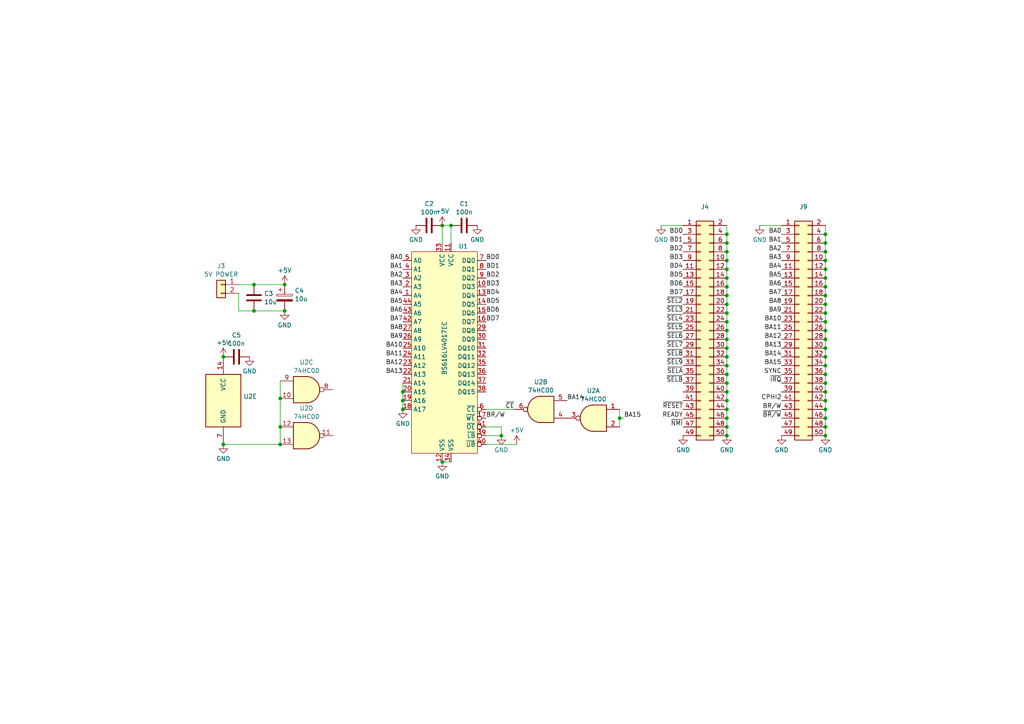
<source format=kicad_sch>
(kicad_sch (version 20230121) (generator eeschema)
  (paper "A4")
  (lib_symbols
    (symbol "74xx:74HC00" (pin_names (offset 1.016))
      (property "Reference" "U" (at 0 1.27 0))
      (property "Value" "74HC00" (at 0 -1.27 0))
      (symbol "74HC00_1_1"
        (arc (start 0 -3.81) (mid 3.7934 0) (end 0 3.81) (stroke (width 0.254)) (fill (type background)))
        (polyline (pts (xy 0 3.81) (xy -3.81 3.81) (xy -3.81 -3.81) (xy 0 -3.81)) (stroke (width 0.254)) (fill (type background)))
        (pin input line (at -7.62 2.54 0) (length 3.81) (name "~") (number "1"))
        (pin input line (at -7.62 -2.54 0) (length 3.81) (name "~") (number "2"))
        (pin output inverted (at 7.62 0 180) (length 3.81) (name "~") (number "3"))
      )
      (symbol "74HC00_1_2"
        (arc (start -3.81 -3.81) (mid -2.589 0) (end -3.81 3.81) (stroke (width 0.254)))
        (arc (start -0.6096 -3.81) (mid 2.1842 -2.5851) (end 3.81 0) (stroke (width 0.254)) (fill (type background)))
        (polyline (pts (xy -3.81 -3.81) (xy -0.635 -3.81)) (stroke (width 0.254)) (fill (type background)))
        (polyline (pts (xy -3.81 3.81) (xy -0.635 3.81)) (stroke (width 0.254)) (fill (type background)))
        (polyline (pts (xy -0.635 3.81) (xy -3.81 3.81) (xy -3.81 3.81) (xy -3.556 3.4036) (xy -3.0226 2.2606) (xy -2.6924 1.0414) (xy -2.6162 -0.254) (xy -2.7686 -1.4986) (xy -3.175 -2.7178) (xy -3.81 -3.81) (xy -3.81 -3.81) (xy -0.635 -3.81)) (stroke (width -25.4)) (fill (type background)))
        (arc (start 3.81 0) (mid 2.1915 2.5936) (end -0.6096 3.81) (stroke (width 0.254)) (fill (type background)))
        (pin input inverted (at -7.62 2.54 0) (length 4.318) (name "~") (number "1"))
        (pin input inverted (at -7.62 -2.54 0) (length 4.318) (name "~") (number "2"))
        (pin output line (at 7.62 0 180) (length 3.81) (name "~") (number "3"))
      )
      (symbol "74HC00_2_1"
        (arc (start 0 -3.81) (mid 3.7934 0) (end 0 3.81) (stroke (width 0.254)) (fill (type background)))
        (polyline (pts (xy 0 3.81) (xy -3.81 3.81) (xy -3.81 -3.81) (xy 0 -3.81)) (stroke (width 0.254)) (fill (type background)))
        (pin input line (at -7.62 2.54 0) (length 3.81) (name "~") (number "4"))
        (pin input line (at -7.62 -2.54 0) (length 3.81) (name "~") (number "5"))
        (pin output inverted (at 7.62 0 180) (length 3.81) (name "~") (number "6"))
      )
      (symbol "74HC00_2_2"
        (arc (start -3.81 -3.81) (mid -2.589 0) (end -3.81 3.81) (stroke (width 0.254)))
        (arc (start -0.6096 -3.81) (mid 2.1842 -2.5851) (end 3.81 0) (stroke (width 0.254)) (fill (type background)))
        (polyline (pts (xy -3.81 -3.81) (xy -0.635 -3.81)) (stroke (width 0.254)) (fill (type background)))
        (polyline (pts (xy -3.81 3.81) (xy -0.635 3.81)) (stroke (width 0.254)) (fill (type background)))
        (polyline (pts (xy -0.635 3.81) (xy -3.81 3.81) (xy -3.81 3.81) (xy -3.556 3.4036) (xy -3.0226 2.2606) (xy -2.6924 1.0414) (xy -2.6162 -0.254) (xy -2.7686 -1.4986) (xy -3.175 -2.7178) (xy -3.81 -3.81) (xy -3.81 -3.81) (xy -0.635 -3.81)) (stroke (width -25.4)) (fill (type background)))
        (arc (start 3.81 0) (mid 2.1915 2.5936) (end -0.6096 3.81) (stroke (width 0.254)) (fill (type background)))
        (pin input inverted (at -7.62 2.54 0) (length 4.318) (name "~") (number "4"))
        (pin input inverted (at -7.62 -2.54 0) (length 4.318) (name "~") (number "5"))
        (pin output line (at 7.62 0 180) (length 3.81) (name "~") (number "6"))
      )
      (symbol "74HC00_3_1"
        (arc (start 0 -3.81) (mid 3.7934 0) (end 0 3.81) (stroke (width 0.254)) (fill (type background)))
        (polyline (pts (xy 0 3.81) (xy -3.81 3.81) (xy -3.81 -3.81) (xy 0 -3.81)) (stroke (width 0.254)) (fill (type background)))
        (pin input line (at -7.62 -2.54 0) (length 3.81) (name "~") (number "10"))
        (pin output inverted (at 7.62 0 180) (length 3.81) (name "~") (number "8"))
        (pin input line (at -7.62 2.54 0) (length 3.81) (name "~") (number "9"))
      )
      (symbol "74HC00_3_2"
        (arc (start -3.81 -3.81) (mid -2.589 0) (end -3.81 3.81) (stroke (width 0.254)))
        (arc (start -0.6096 -3.81) (mid 2.1842 -2.5851) (end 3.81 0) (stroke (width 0.254)) (fill (type background)))
        (polyline (pts (xy -3.81 -3.81) (xy -0.635 -3.81)) (stroke (width 0.254)) (fill (type background)))
        (polyline (pts (xy -3.81 3.81) (xy -0.635 3.81)) (stroke (width 0.254)) (fill (type background)))
        (polyline (pts (xy -0.635 3.81) (xy -3.81 3.81) (xy -3.81 3.81) (xy -3.556 3.4036) (xy -3.0226 2.2606) (xy -2.6924 1.0414) (xy -2.6162 -0.254) (xy -2.7686 -1.4986) (xy -3.175 -2.7178) (xy -3.81 -3.81) (xy -3.81 -3.81) (xy -0.635 -3.81)) (stroke (width -25.4)) (fill (type background)))
        (arc (start 3.81 0) (mid 2.1915 2.5936) (end -0.6096 3.81) (stroke (width 0.254)) (fill (type background)))
        (pin input inverted (at -7.62 -2.54 0) (length 4.318) (name "~") (number "10"))
        (pin output line (at 7.62 0 180) (length 3.81) (name "~") (number "8"))
        (pin input inverted (at -7.62 2.54 0) (length 4.318) (name "~") (number "9"))
      )
      (symbol "74HC00_4_1"
        (arc (start 0 -3.81) (mid 3.7934 0) (end 0 3.81) (stroke (width 0.254)) (fill (type background)))
        (polyline (pts (xy 0 3.81) (xy -3.81 3.81) (xy -3.81 -3.81) (xy 0 -3.81)) (stroke (width 0.254)) (fill (type background)))
        (pin output inverted (at 7.62 0 180) (length 3.81) (name "~") (number "11"))
        (pin input line (at -7.62 2.54 0) (length 3.81) (name "~") (number "12"))
        (pin input line (at -7.62 -2.54 0) (length 3.81) (name "~") (number "13"))
      )
      (symbol "74HC00_4_2"
        (arc (start -3.81 -3.81) (mid -2.589 0) (end -3.81 3.81) (stroke (width 0.254)))
        (arc (start -0.6096 -3.81) (mid 2.1842 -2.5851) (end 3.81 0) (stroke (width 0.254)) (fill (type background)))
        (polyline (pts (xy -3.81 -3.81) (xy -0.635 -3.81)) (stroke (width 0.254)) (fill (type background)))
        (polyline (pts (xy -3.81 3.81) (xy -0.635 3.81)) (stroke (width 0.254)) (fill (type background)))
        (polyline (pts (xy -0.635 3.81) (xy -3.81 3.81) (xy -3.81 3.81) (xy -3.556 3.4036) (xy -3.0226 2.2606) (xy -2.6924 1.0414) (xy -2.6162 -0.254) (xy -2.7686 -1.4986) (xy -3.175 -2.7178) (xy -3.81 -3.81) (xy -3.81 -3.81) (xy -0.635 -3.81)) (stroke (width -25.4)) (fill (type background)))
        (arc (start 3.81 0) (mid 2.1915 2.5936) (end -0.6096 3.81) (stroke (width 0.254)) (fill (type background)))
        (pin output line (at 7.62 0 180) (length 3.81) (name "~") (number "11"))
        (pin input inverted (at -7.62 2.54 0) (length 4.318) (name "~") (number "12"))
        (pin input inverted (at -7.62 -2.54 0) (length 4.318) (name "~") (number "13"))
      )
      (symbol "74HC00_5_0"
        (pin power_in line (at 0 12.7 270) (length 5.08) (name "VCC") (number "14"))
        (pin power_in line (at 0 -12.7 90) (length 5.08) (name "GND") (number "7"))
      )
      (symbol "74HC00_5_1"
        (rectangle (start -5.08 7.62) (end 5.08 -7.62) (stroke (width 0.254)) (fill (type background)))
      )
    )
    (symbol "Connector_Generic:Conn_01x02" (pin_names (offset 1.016) hide)
      (property "Reference" "J" (at 0 2.54 0))
      (property "Value" "Conn_01x02" (at 0 -5.08 0))
      (symbol "Conn_01x02_1_1"
        (rectangle (start -1.27 -2.413) (end 0 -2.667) (stroke (width 0.1524)))
        (rectangle (start -1.27 0.127) (end 0 -0.127) (stroke (width 0.1524)))
        (rectangle (start -1.27 1.27) (end 1.27 -3.81) (stroke (width 0.254)) (fill (type background)))
        (pin passive line (at -5.08 0 0) (length 3.81) (name "Pin_1") (number "1"))
        (pin passive line (at -5.08 -2.54 0) (length 3.81) (name "Pin_2") (number "2"))
      )
    )
    (symbol "Connector_Generic:Conn_02x25_Odd_Even" (pin_names (offset 1.016) hide)
      (property "Reference" "J" (at 1.27 33.02 0))
      (property "Value" "Conn_02x25_Odd_Even" (at 1.27 -33.02 0))
      (symbol "Conn_02x25_Odd_Even_1_1"
        (rectangle (start -1.27 -30.353) (end 0 -30.607) (stroke (width 0.1524)))
        (rectangle (start -1.27 -27.813) (end 0 -28.067) (stroke (width 0.1524)))
        (rectangle (start -1.27 -25.273) (end 0 -25.527) (stroke (width 0.1524)))
        (rectangle (start -1.27 -22.733) (end 0 -22.987) (stroke (width 0.1524)))
        (rectangle (start -1.27 -20.193) (end 0 -20.447) (stroke (width 0.1524)))
        (rectangle (start -1.27 -17.653) (end 0 -17.907) (stroke (width 0.1524)))
        (rectangle (start -1.27 -15.113) (end 0 -15.367) (stroke (width 0.1524)))
        (rectangle (start -1.27 -12.573) (end 0 -12.827) (stroke (width 0.1524)))
        (rectangle (start -1.27 -10.033) (end 0 -10.287) (stroke (width 0.1524)))
        (rectangle (start -1.27 -7.493) (end 0 -7.747) (stroke (width 0.1524)))
        (rectangle (start -1.27 -4.953) (end 0 -5.207) (stroke (width 0.1524)))
        (rectangle (start -1.27 -2.413) (end 0 -2.667) (stroke (width 0.1524)))
        (rectangle (start -1.27 0.127) (end 0 -0.127) (stroke (width 0.1524)))
        (rectangle (start -1.27 2.667) (end 0 2.413) (stroke (width 0.1524)))
        (rectangle (start -1.27 5.207) (end 0 4.953) (stroke (width 0.1524)))
        (rectangle (start -1.27 7.747) (end 0 7.493) (stroke (width 0.1524)))
        (rectangle (start -1.27 10.287) (end 0 10.033) (stroke (width 0.1524)))
        (rectangle (start -1.27 12.827) (end 0 12.573) (stroke (width 0.1524)))
        (rectangle (start -1.27 15.367) (end 0 15.113) (stroke (width 0.1524)))
        (rectangle (start -1.27 17.907) (end 0 17.653) (stroke (width 0.1524)))
        (rectangle (start -1.27 20.447) (end 0 20.193) (stroke (width 0.1524)))
        (rectangle (start -1.27 22.987) (end 0 22.733) (stroke (width 0.1524)))
        (rectangle (start -1.27 25.527) (end 0 25.273) (stroke (width 0.1524)))
        (rectangle (start -1.27 28.067) (end 0 27.813) (stroke (width 0.1524)))
        (rectangle (start -1.27 30.607) (end 0 30.353) (stroke (width 0.1524)))
        (rectangle (start -1.27 31.75) (end 3.81 -31.75) (stroke (width 0.254)) (fill (type background)))
        (rectangle (start 3.81 -30.353) (end 2.54 -30.607) (stroke (width 0.1524)))
        (rectangle (start 3.81 -27.813) (end 2.54 -28.067) (stroke (width 0.1524)))
        (rectangle (start 3.81 -25.273) (end 2.54 -25.527) (stroke (width 0.1524)))
        (rectangle (start 3.81 -22.733) (end 2.54 -22.987) (stroke (width 0.1524)))
        (rectangle (start 3.81 -20.193) (end 2.54 -20.447) (stroke (width 0.1524)))
        (rectangle (start 3.81 -17.653) (end 2.54 -17.907) (stroke (width 0.1524)))
        (rectangle (start 3.81 -15.113) (end 2.54 -15.367) (stroke (width 0.1524)))
        (rectangle (start 3.81 -12.573) (end 2.54 -12.827) (stroke (width 0.1524)))
        (rectangle (start 3.81 -10.033) (end 2.54 -10.287) (stroke (width 0.1524)))
        (rectangle (start 3.81 -7.493) (end 2.54 -7.747) (stroke (width 0.1524)))
        (rectangle (start 3.81 -4.953) (end 2.54 -5.207) (stroke (width 0.1524)))
        (rectangle (start 3.81 -2.413) (end 2.54 -2.667) (stroke (width 0.1524)))
        (rectangle (start 3.81 0.127) (end 2.54 -0.127) (stroke (width 0.1524)))
        (rectangle (start 3.81 2.667) (end 2.54 2.413) (stroke (width 0.1524)))
        (rectangle (start 3.81 5.207) (end 2.54 4.953) (stroke (width 0.1524)))
        (rectangle (start 3.81 7.747) (end 2.54 7.493) (stroke (width 0.1524)))
        (rectangle (start 3.81 10.287) (end 2.54 10.033) (stroke (width 0.1524)))
        (rectangle (start 3.81 12.827) (end 2.54 12.573) (stroke (width 0.1524)))
        (rectangle (start 3.81 15.367) (end 2.54 15.113) (stroke (width 0.1524)))
        (rectangle (start 3.81 17.907) (end 2.54 17.653) (stroke (width 0.1524)))
        (rectangle (start 3.81 20.447) (end 2.54 20.193) (stroke (width 0.1524)))
        (rectangle (start 3.81 22.987) (end 2.54 22.733) (stroke (width 0.1524)))
        (rectangle (start 3.81 25.527) (end 2.54 25.273) (stroke (width 0.1524)))
        (rectangle (start 3.81 28.067) (end 2.54 27.813) (stroke (width 0.1524)))
        (rectangle (start 3.81 30.607) (end 2.54 30.353) (stroke (width 0.1524)))
        (pin passive line (at -5.08 30.48 0) (length 3.81) (name "Pin_1") (number "1"))
        (pin passive line (at 7.62 20.32 180) (length 3.81) (name "Pin_10") (number "10"))
        (pin passive line (at -5.08 17.78 0) (length 3.81) (name "Pin_11") (number "11"))
        (pin passive line (at 7.62 17.78 180) (length 3.81) (name "Pin_12") (number "12"))
        (pin passive line (at -5.08 15.24 0) (length 3.81) (name "Pin_13") (number "13"))
        (pin passive line (at 7.62 15.24 180) (length 3.81) (name "Pin_14") (number "14"))
        (pin passive line (at -5.08 12.7 0) (length 3.81) (name "Pin_15") (number "15"))
        (pin passive line (at 7.62 12.7 180) (length 3.81) (name "Pin_16") (number "16"))
        (pin passive line (at -5.08 10.16 0) (length 3.81) (name "Pin_17") (number "17"))
        (pin passive line (at 7.62 10.16 180) (length 3.81) (name "Pin_18") (number "18"))
        (pin passive line (at -5.08 7.62 0) (length 3.81) (name "Pin_19") (number "19"))
        (pin passive line (at 7.62 30.48 180) (length 3.81) (name "Pin_2") (number "2"))
        (pin passive line (at 7.62 7.62 180) (length 3.81) (name "Pin_20") (number "20"))
        (pin passive line (at -5.08 5.08 0) (length 3.81) (name "Pin_21") (number "21"))
        (pin passive line (at 7.62 5.08 180) (length 3.81) (name "Pin_22") (number "22"))
        (pin passive line (at -5.08 2.54 0) (length 3.81) (name "Pin_23") (number "23"))
        (pin passive line (at 7.62 2.54 180) (length 3.81) (name "Pin_24") (number "24"))
        (pin passive line (at -5.08 0 0) (length 3.81) (name "Pin_25") (number "25"))
        (pin passive line (at 7.62 0 180) (length 3.81) (name "Pin_26") (number "26"))
        (pin passive line (at -5.08 -2.54 0) (length 3.81) (name "Pin_27") (number "27"))
        (pin passive line (at 7.62 -2.54 180) (length 3.81) (name "Pin_28") (number "28"))
        (pin passive line (at -5.08 -5.08 0) (length 3.81) (name "Pin_29") (number "29"))
        (pin passive line (at -5.08 27.94 0) (length 3.81) (name "Pin_3") (number "3"))
        (pin passive line (at 7.62 -5.08 180) (length 3.81) (name "Pin_30") (number "30"))
        (pin passive line (at -5.08 -7.62 0) (length 3.81) (name "Pin_31") (number "31"))
        (pin passive line (at 7.62 -7.62 180) (length 3.81) (name "Pin_32") (number "32"))
        (pin passive line (at -5.08 -10.16 0) (length 3.81) (name "Pin_33") (number "33"))
        (pin passive line (at 7.62 -10.16 180) (length 3.81) (name "Pin_34") (number "34"))
        (pin passive line (at -5.08 -12.7 0) (length 3.81) (name "Pin_35") (number "35"))
        (pin passive line (at 7.62 -12.7 180) (length 3.81) (name "Pin_36") (number "36"))
        (pin passive line (at -5.08 -15.24 0) (length 3.81) (name "Pin_37") (number "37"))
        (pin passive line (at 7.62 -15.24 180) (length 3.81) (name "Pin_38") (number "38"))
        (pin passive line (at -5.08 -17.78 0) (length 3.81) (name "Pin_39") (number "39"))
        (pin passive line (at 7.62 27.94 180) (length 3.81) (name "Pin_4") (number "4"))
        (pin passive line (at 7.62 -17.78 180) (length 3.81) (name "Pin_40") (number "40"))
        (pin passive line (at -5.08 -20.32 0) (length 3.81) (name "Pin_41") (number "41"))
        (pin passive line (at 7.62 -20.32 180) (length 3.81) (name "Pin_42") (number "42"))
        (pin passive line (at -5.08 -22.86 0) (length 3.81) (name "Pin_43") (number "43"))
        (pin passive line (at 7.62 -22.86 180) (length 3.81) (name "Pin_44") (number "44"))
        (pin passive line (at -5.08 -25.4 0) (length 3.81) (name "Pin_45") (number "45"))
        (pin passive line (at 7.62 -25.4 180) (length 3.81) (name "Pin_46") (number "46"))
        (pin passive line (at -5.08 -27.94 0) (length 3.81) (name "Pin_47") (number "47"))
        (pin passive line (at 7.62 -27.94 180) (length 3.81) (name "Pin_48") (number "48"))
        (pin passive line (at -5.08 -30.48 0) (length 3.81) (name "Pin_49") (number "49"))
        (pin passive line (at -5.08 25.4 0) (length 3.81) (name "Pin_5") (number "5"))
        (pin passive line (at 7.62 -30.48 180) (length 3.81) (name "Pin_50") (number "50"))
        (pin passive line (at 7.62 25.4 180) (length 3.81) (name "Pin_6") (number "6"))
        (pin passive line (at -5.08 22.86 0) (length 3.81) (name "Pin_7") (number "7"))
        (pin passive line (at 7.62 22.86 180) (length 3.81) (name "Pin_8") (number "8"))
        (pin passive line (at -5.08 20.32 0) (length 3.81) (name "Pin_9") (number "9"))
      )
    )
    (symbol "Device:C" (pin_numbers hide) (pin_names (offset 0.254))
      (property "Reference" "C" (at 0.635 2.54 0))
      (property "Value" "C" (at 0.635 -2.54 0))
      (symbol "C_0_1"
        (polyline (pts (xy -2.032 -0.762) (xy 2.032 -0.762)) (stroke (width 0.508)))
        (polyline (pts (xy -2.032 0.762) (xy 2.032 0.762)) (stroke (width 0.508)))
      )
      (symbol "C_1_1"
        (pin passive line (at 0 3.81 270) (length 2.794) (name "~") (number "1"))
        (pin passive line (at 0 -3.81 90) (length 2.794) (name "~") (number "2"))
      )
    )
    (symbol "Device:C_Polarized" (pin_numbers hide) (pin_names (offset 0.254))
      (property "Reference" "C" (at 0.635 2.54 0))
      (property "Value" "C_Polarized" (at 0.635 -2.54 0))
      (symbol "C_Polarized_0_1"
        (rectangle (start -2.286 0.508) (end 2.286 1.016))
        (polyline (pts (xy -1.778 2.286) (xy -0.762 2.286)))
        (polyline (pts (xy -1.27 2.794) (xy -1.27 1.778)))
        (rectangle (start 2.286 -0.508) (end -2.286 -1.016) (fill (type outline)))
      )
      (symbol "C_Polarized_1_1"
        (pin passive line (at 0 3.81 270) (length 2.794) (name "~") (number "1"))
        (pin passive line (at 0 -3.81 90) (length 2.794) (name "~") (number "2"))
      )
    )
    (symbol "oni:BS616LV4017EC"
      (property "Reference" "U" (at 5.08 -30.48 0))
      (property "Value" "BS616LV4017EC" (at 0 0 90))
      (symbol "BS616LV4017EC_1_1"
        (rectangle (start -10.16 29.21) (end 8.89 -29.21) (fill (type background)))
        (pin input line (at -12.7 16.51 0) (length 2.54) (name "A4") (number "1"))
        (pin tri_state line (at 11.43 19.05 180) (length 2.54) (name "DQ3") (number "10"))
        (pin power_in line (at 1.27 31.75 270) (length 2.54) (name "VCC") (number "11"))
        (pin power_in line (at -1.27 -31.75 90) (length 2.54) (name "VSS") (number "12"))
        (pin tri_state line (at 11.43 16.51 180) (length 2.54) (name "DQ4") (number "13"))
        (pin tri_state line (at 11.43 13.97 180) (length 2.54) (name "DQ5") (number "14"))
        (pin tri_state line (at 11.43 11.43 180) (length 2.54) (name "DQ6") (number "15"))
        (pin tri_state line (at 11.43 8.89 180) (length 2.54) (name "DQ7") (number "16"))
        (pin input inverted (at 11.43 -19.05 180) (length 2.54) (name "~{WE}") (number "17"))
        (pin input line (at -12.7 -16.51 0) (length 2.54) (name "A17") (number "18"))
        (pin input line (at -12.7 -13.97 0) (length 2.54) (name "A16") (number "19"))
        (pin input line (at -12.7 19.05 0) (length 2.54) (name "A3") (number "2"))
        (pin input line (at -12.7 -11.43 0) (length 2.54) (name "A15") (number "20"))
        (pin input line (at -12.7 -8.89 0) (length 2.54) (name "A14") (number "21"))
        (pin input line (at -12.7 -6.35 0) (length 2.54) (name "A13") (number "22"))
        (pin input line (at -12.7 -3.81 0) (length 2.54) (name "A12") (number "23"))
        (pin input line (at -12.7 -1.27 0) (length 2.54) (name "A11") (number "24"))
        (pin input line (at -12.7 1.27 0) (length 2.54) (name "A10") (number "25"))
        (pin input line (at -12.7 3.81 0) (length 2.54) (name "A9") (number "26"))
        (pin input line (at -12.7 6.35 0) (length 2.54) (name "A8") (number "27"))
        (pin no_connect line (at -12.7 -26.67 0) (length 2.54) hide (name "NC") (number "28"))
        (pin tri_state line (at 11.43 6.35 180) (length 2.54) (name "DQ8") (number "29"))
        (pin input line (at -12.7 21.59 0) (length 2.54) (name "A2") (number "3"))
        (pin tri_state line (at 11.43 3.81 180) (length 2.54) (name "DQ9") (number "30"))
        (pin tri_state line (at 11.43 1.27 180) (length 2.54) (name "DQ10") (number "31"))
        (pin tri_state line (at 11.43 -1.27 180) (length 2.54) (name "DQ11") (number "32"))
        (pin power_in line (at -1.27 31.75 270) (length 2.54) (name "VCC") (number "33"))
        (pin power_in line (at 1.27 -31.75 90) (length 2.54) (name "VSS") (number "34"))
        (pin tri_state line (at 11.43 -3.81 180) (length 2.54) (name "DQ12") (number "35"))
        (pin tri_state line (at 11.43 -6.35 180) (length 2.54) (name "DQ13") (number "36"))
        (pin tri_state line (at 11.43 -8.89 180) (length 2.54) (name "DQ14") (number "37"))
        (pin tri_state line (at 11.43 -11.43 180) (length 2.54) (name "DQ15") (number "38"))
        (pin input inverted (at 11.43 -24.13 180) (length 2.54) (name "~{LB}") (number "39"))
        (pin input line (at -12.7 24.13 0) (length 2.54) (name "A1") (number "4"))
        (pin input inverted (at 11.43 -26.67 180) (length 2.54) (name "~{UB}") (number "40"))
        (pin input inverted (at 11.43 -21.59 180) (length 2.54) (name "~{OE}") (number "41"))
        (pin input line (at -12.7 8.89 0) (length 2.54) (name "A7") (number "42"))
        (pin input line (at -12.7 11.43 0) (length 2.54) (name "A6") (number "43"))
        (pin input line (at -12.7 13.97 0) (length 2.54) (name "A5") (number "44"))
        (pin input line (at -12.7 26.67 0) (length 2.54) (name "A0") (number "5"))
        (pin input inverted (at 11.43 -16.51 180) (length 2.54) (name "~{CE}") (number "6"))
        (pin tri_state line (at 11.43 26.67 180) (length 2.54) (name "DQ0") (number "7"))
        (pin tri_state line (at 11.43 24.13 180) (length 2.54) (name "DQ1") (number "8"))
        (pin tri_state line (at 11.43 21.59 180) (length 2.54) (name "DQ2") (number "9"))
      )
    )
    (symbol "power:+5V" (power) (pin_names (offset 0))
      (property "Value" "+5V" (at 0 3.556 0))
      (symbol "+5V_0_1"
        (polyline (pts (xy -0.762 1.27) (xy 0 2.54)))
        (polyline (pts (xy 0 0) (xy 0 2.54)))
        (polyline (pts (xy 0 2.54) (xy 0.762 1.27)))
      )
      (symbol "+5V_1_1"
        (pin power_in line (at 0 0 90) (length 0) hide (name "+5V") (number "1"))
      )
    )
    (symbol "power:GND" (power) (pin_names (offset 0))
      (property "Value" "GND" (at 0 -3.81 0))
      (symbol "GND_0_1"
        (polyline (pts (xy 0 0) (xy 0 -1.27) (xy 1.27 -1.27) (xy 0 -2.54) (xy -1.27 -1.27) (xy 0 -1.27)))
      )
      (symbol "GND_1_1"
        (pin power_in line (at 0 0 270) (length 0) hide (name "GND") (number "1"))
      )
    )
  )
  (junction (at 64.77 128.905))
  (junction (at 239.395 90.805))
  (junction (at 239.395 108.585))
  (junction (at 239.395 116.205))
  (junction (at 210.82 88.265))
  (junction (at 239.395 93.345))
  (junction (at 210.82 111.125))
  (junction (at 239.395 80.645))
  (junction (at 239.395 67.945))
  (junction (at 239.395 118.745))
  (junction (at 239.395 88.265))
  (junction (at 73.66 90.17))
  (junction (at 210.82 123.825))
  (junction (at 128.27 133.985))
  (junction (at 210.82 85.725))
  (junction (at 116.84 113.665))
  (junction (at 239.395 70.485))
  (junction (at 239.395 123.825))
  (junction (at 116.84 118.745))
  (junction (at 239.395 83.185))
  (junction (at 210.82 67.945))
  (junction (at 82.55 90.17))
  (junction (at 210.82 103.505))
  (junction (at 239.395 126.365))
  (junction (at 239.395 98.425))
  (junction (at 81.28 123.825))
  (junction (at 239.395 111.125))
  (junction (at 210.82 75.565))
  (junction (at 239.395 75.565))
  (junction (at 210.82 126.365))
  (junction (at 210.82 95.885))
  (junction (at 239.395 121.285))
  (junction (at 239.395 95.885))
  (junction (at 73.66 82.55))
  (junction (at 130.81 65.405))
  (junction (at 210.82 100.965))
  (junction (at 210.82 121.285))
  (junction (at 179.705 121.285))
  (junction (at 82.55 82.55))
  (junction (at 81.28 128.905))
  (junction (at 210.82 90.805))
  (junction (at 145.415 126.365))
  (junction (at 239.395 106.045))
  (junction (at 239.395 78.105))
  (junction (at 210.82 98.425))
  (junction (at 239.395 85.725))
  (junction (at 64.77 103.505))
  (junction (at 210.82 83.185))
  (junction (at 210.82 108.585))
  (junction (at 210.82 78.105))
  (junction (at 239.395 113.665))
  (junction (at 239.395 103.505))
  (junction (at 128.27 65.405))
  (junction (at 81.28 115.57))
  (junction (at 239.395 73.025))
  (junction (at 210.82 106.045))
  (junction (at 210.82 118.745))
  (junction (at 116.84 116.205))
  (junction (at 239.395 100.965))
  (junction (at 210.82 113.665))
  (junction (at 210.82 116.205))
  (junction (at 210.82 73.025))
  (junction (at 210.82 70.485))
  (junction (at 210.82 80.645))
  (junction (at 210.82 93.345))
  (wire (pts (xy 239.395 121.285) (xy 239.395 123.825)))
  (wire (pts (xy 210.82 116.205) (xy 210.82 118.745)))
  (wire (pts (xy 210.82 98.425) (xy 210.82 100.965)))
  (wire (pts (xy 210.82 78.105) (xy 210.82 80.645)))
  (wire (pts (xy 239.395 113.665) (xy 239.395 116.205)))
  (wire (pts (xy 210.82 83.185) (xy 210.82 85.725)))
  (wire (pts (xy 210.82 90.805) (xy 210.82 93.345)))
  (wire (pts (xy 73.66 82.55) (xy 82.55 82.55)))
  (wire (pts (xy 116.84 116.205) (xy 116.84 118.745)))
  (wire (pts (xy 239.395 108.585) (xy 239.395 111.125)))
  (wire (pts (xy 239.395 98.425) (xy 239.395 100.965)))
  (wire (pts (xy 210.82 108.585) (xy 210.82 111.125)))
  (wire (pts (xy 180.975 121.285) (xy 179.705 121.285)))
  (wire (pts (xy 210.82 88.265) (xy 210.82 90.805)))
  (wire (pts (xy 239.395 100.965) (xy 239.395 103.505)))
  (wire (pts (xy 116.84 111.125) (xy 116.84 113.665)))
  (wire (pts (xy 239.395 106.045) (xy 239.395 108.585)))
  (wire (pts (xy 210.82 103.505) (xy 210.82 106.045)))
  (wire (pts (xy 140.97 126.365) (xy 145.415 126.365)))
  (wire (pts (xy 239.395 111.125) (xy 239.395 113.665)))
  (wire (pts (xy 239.395 73.025) (xy 239.395 75.565)))
  (wire (pts (xy 210.82 95.885) (xy 210.82 98.425)))
  (wire (pts (xy 191.77 65.405) (xy 198.12 65.405)))
  (wire (pts (xy 73.66 90.17) (xy 69.215 90.17)))
  (wire (pts (xy 82.55 90.17) (xy 73.66 90.17)))
  (wire (pts (xy 116.84 113.665) (xy 116.84 116.205)))
  (wire (pts (xy 210.82 100.965) (xy 210.82 103.505)))
  (wire (pts (xy 210.82 70.485) (xy 210.82 73.025)))
  (wire (pts (xy 239.395 116.205) (xy 239.395 118.745)))
  (wire (pts (xy 210.82 93.345) (xy 210.82 95.885)))
  (wire (pts (xy 179.705 121.285) (xy 179.705 118.745)))
  (wire (pts (xy 210.82 123.825) (xy 210.82 126.365)))
  (wire (pts (xy 128.27 65.405) (xy 128.27 70.485)))
  (wire (pts (xy 210.82 75.565) (xy 210.82 78.105)))
  (wire (pts (xy 140.97 128.905) (xy 149.86 128.905)))
  (wire (pts (xy 210.82 106.045) (xy 210.82 108.585)))
  (wire (pts (xy 239.395 118.745) (xy 239.395 121.285)))
  (wire (pts (xy 239.395 65.405) (xy 239.395 67.945)))
  (wire (pts (xy 128.27 133.985) (xy 130.81 133.985)))
  (wire (pts (xy 220.345 65.405) (xy 226.695 65.405)))
  (wire (pts (xy 64.77 128.905) (xy 81.28 128.905)))
  (wire (pts (xy 69.215 82.55) (xy 73.66 82.55)))
  (wire (pts (xy 179.705 121.285) (xy 179.705 123.825)))
  (wire (pts (xy 69.215 90.17) (xy 69.215 85.09)))
  (wire (pts (xy 239.395 123.825) (xy 239.395 126.365)))
  (wire (pts (xy 210.82 121.285) (xy 210.82 123.825)))
  (wire (pts (xy 145.415 123.825) (xy 145.415 126.365)))
  (wire (pts (xy 81.28 123.825) (xy 81.28 128.905)))
  (wire (pts (xy 239.395 78.105) (xy 239.395 80.645)))
  (wire (pts (xy 210.82 111.125) (xy 210.82 113.665)))
  (wire (pts (xy 239.395 85.725) (xy 239.395 88.265)))
  (wire (pts (xy 239.395 88.265) (xy 239.395 90.805)))
  (wire (pts (xy 128.27 65.405) (xy 130.81 65.405)))
  (wire (pts (xy 239.395 95.885) (xy 239.395 98.425)))
  (wire (pts (xy 239.395 90.805) (xy 239.395 93.345)))
  (wire (pts (xy 210.82 118.745) (xy 210.82 121.285)))
  (wire (pts (xy 81.28 110.49) (xy 81.28 115.57)))
  (wire (pts (xy 210.82 65.405) (xy 210.82 67.945)))
  (wire (pts (xy 130.81 65.405) (xy 130.81 70.485)))
  (wire (pts (xy 239.395 83.185) (xy 239.395 85.725)))
  (wire (pts (xy 140.97 118.745) (xy 149.225 118.745)))
  (wire (pts (xy 210.82 67.945) (xy 210.82 70.485)))
  (wire (pts (xy 210.82 85.725) (xy 210.82 88.265)))
  (wire (pts (xy 239.395 93.345) (xy 239.395 95.885)))
  (wire (pts (xy 210.82 73.025) (xy 210.82 75.565)))
  (wire (pts (xy 239.395 80.645) (xy 239.395 83.185)))
  (wire (pts (xy 239.395 103.505) (xy 239.395 106.045)))
  (wire (pts (xy 210.82 113.665) (xy 210.82 116.205)))
  (wire (pts (xy 81.28 115.57) (xy 81.28 123.825)))
  (wire (pts (xy 239.395 75.565) (xy 239.395 78.105)))
  (wire (pts (xy 239.395 67.945) (xy 239.395 70.485)))
  (wire (pts (xy 140.97 123.825) (xy 145.415 123.825)))
  (wire (pts (xy 239.395 70.485) (xy 239.395 73.025)))
  (wire (pts (xy 210.82 80.645) (xy 210.82 83.185)))
  (label "BA10" (at 116.84 100.965 180))
  (label "~{SEL4}" (at 198.12 93.345 180))
  (label "BA3" (at 116.84 83.185 180))
  (label "BA10" (at 226.695 93.345 180))
  (label "BA3" (at 226.695 75.565 180))
  (label "BD5" (at 140.97 88.265 0))
  (label "~{RESET}" (at 198.12 118.745 180))
  (label "BA9" (at 226.695 90.805 180))
  (label "BA12" (at 116.84 106.045 180))
  (label "BD7" (at 198.12 85.725 180))
  (label "BA8" (at 226.695 88.265 180))
  (label "~{IRQ}" (at 226.695 111.125 180))
  (label "BA13" (at 116.84 108.585 180))
  (label "BA0" (at 226.695 67.945 180))
  (label "BD6" (at 140.97 90.805 0))
  (label "BA12" (at 226.695 98.425 180))
  (label "BD0" (at 198.12 67.945 180))
  (label "SYNC" (at 226.695 108.585 180))
  (label "BA13" (at 226.695 100.965 180))
  (label "BA15" (at 180.975 121.285 0))
  (label "BR{slash}W" (at 226.695 118.745 180))
  (label "BD1" (at 140.97 78.105 0))
  (label "BA11" (at 226.695 95.885 180))
  (label "BA15" (at 226.695 106.045 180))
  (label "BA5" (at 116.84 88.265 180))
  (label "BA6" (at 226.695 83.185 180))
  (label "~{SEL9}" (at 198.12 106.045 180))
  (label "BA4" (at 116.84 85.725 180))
  (label "~{CE}" (at 149.225 118.745 180))
  (label "~{SELB}" (at 198.12 111.125 180))
  (label "BD3" (at 140.97 83.185 0))
  (label "BA6" (at 116.84 90.805 180))
  (label "~{SEL3}" (at 198.12 90.805 180))
  (label "BA4" (at 226.695 78.105 180))
  (label "~{BR{slash}W}" (at 226.695 121.285 180))
  (label "~{SEL8}" (at 198.12 103.505 180))
  (label "BD6" (at 198.12 83.185 180))
  (label "BD2" (at 198.12 73.025 180))
  (label "CPHI2" (at 226.695 116.205 180))
  (label "BD4" (at 140.97 85.725 0))
  (label "~{NMI}" (at 198.12 123.825 180))
  (label "BD3" (at 198.12 75.565 180))
  (label "BA11" (at 116.84 103.505 180))
  (label "BA14" (at 226.695 103.505 180))
  (label "READY" (at 198.12 121.285 180))
  (label "~{SEL2}" (at 198.12 88.265 180))
  (label "BA9" (at 116.84 98.425 180))
  (label "BA2" (at 226.695 73.025 180))
  (label "BD7" (at 140.97 93.345 0))
  (label "BA7" (at 116.84 93.345 180))
  (label "BA5" (at 226.695 80.645 180))
  (label "BD5" (at 198.12 80.645 180))
  (label "BA0" (at 116.84 75.565 180))
  (label "BD4" (at 198.12 78.105 180))
  (label "BR{slash}W" (at 140.97 121.285 0))
  (label "BA14" (at 164.465 116.205 0))
  (label "~{SEL7}" (at 198.12 100.965 180))
  (label "BA1" (at 226.695 70.485 180))
  (label "~{SEL5}" (at 198.12 95.885 180))
  (label "~{SEL6}" (at 198.12 98.425 180))
  (label "BA1" (at 116.84 78.105 180))
  (label "BD1" (at 198.12 70.485 180))
  (label "BA2" (at 116.84 80.645 180))
  (label "BA7" (at 226.695 85.725 180))
  (label "BD0" (at 140.97 75.565 0))
  (label "BA8" (at 116.84 95.885 180))
  (label "~{SELA}" (at 198.12 108.585 180))
  (label "BD2" (at 140.97 80.645 0))
  (symbol (lib_id "power:GND") (at 226.695 126.365 0) (unit 1)
    (property "Reference" "#PWR011" (effects hide))
    (property "Value" "GND" (at 226.695 130.4981 0))
  )
  (symbol (lib_id "power:GND") (at 64.77 128.905 0) (unit 1)
    (property "Reference" "#PWR016" (effects hide))
    (property "Value" "GND" (at 64.77 133.0381 0))
  )
  (symbol (lib_id "power:GND") (at 220.345 65.405 0) (unit 1)
    (property "Reference" "#PWR010" (effects hide))
    (property "Value" "GND" (at 220.345 69.5381 0))
  )
  (symbol (lib_id "74xx:74HC00") (at 88.9 126.365 0) (unit 4)
    (property "Reference" "U2" (at 88.8917 118.4107 0))
    (property "Value" "74HC00" (at 88.8917 120.8349 0))
    (property "Footprint" "Package_SO:SOIC-14_3.9x8.7mm_P1.27mm" (effects hide))
    (property "Datasheet" "http://www.ti.com/lit/gpn/sn74hc00" (effects hide))
  )
  (symbol (lib_id "Connector_Generic:Conn_01x02") (at 64.135 82.55 0) (mirror y) (unit 1)
    (property "Reference" "J3" (at 64.135 77.1357 0))
    (property "Value" "5V POWER" (at 64.135 79.5599 0))
    (property "Footprint" "Connector_PinHeader_2.54mm:PinHeader_1x02_P2.54mm_Horizontal" (effects hide))
  )
  (symbol (lib_id "power:GND") (at 210.82 126.365 0) (unit 1)
    (property "Reference" "#PWR07" (effects hide))
    (property "Value" "GND" (at 210.82 130.4981 0))
  )
  (symbol (lib_id "Device:C") (at 68.58 103.505 90) (unit 1)
    (property "Reference" "C5" (at 68.58 97.2017 90))
    (property "Value" "100n" (at 68.58 99.6259 90))
    (property "Footprint" "Capacitor_SMD:C_0805_2012Metric" (effects hide))
  )
  (symbol (lib_id "power:+5V") (at 128.27 65.405 0) (unit 1)
    (property "Reference" "#PWR04" (effects hide))
    (property "Value" "+5V" (at 128.27 61.2719 0))
  )
  (symbol (lib_id "power:GND") (at 120.65 65.405 0) (unit 1)
    (property "Reference" "#PWR06" (effects hide))
    (property "Value" "GND" (at 120.65 69.5381 0))
  )
  (symbol (lib_id "power:GND") (at 145.415 126.365 0) (unit 1)
    (property "Reference" "#PWR013" (effects hide))
    (property "Value" "GND" (at 145.415 130.4981 0))
  )
  (symbol (lib_id "power:GND") (at 191.77 65.405 0) (unit 1)
    (property "Reference" "#PWR09" (effects hide))
    (property "Value" "GND" (at 191.77 69.5381 0))
  )
  (symbol (lib_id "Connector_Generic:Conn_02x25_Odd_Even") (at 231.775 95.885 0) (unit 1)
    (property "Reference" "J9" (at 233.045 59.9907 0))
    (property "Value" "J9" (effects hide))
    (property "Footprint" "Connector_PinSocket_2.54mm:PinSocket_2x25_P2.54mm_Vertical" (effects hide))
  )
  (symbol (lib_id "74xx:74HC00") (at 64.77 116.205 0) (unit 5)
    (property "Reference" "U2" (at 70.612 114.9929 0) (effects (justify left)))
    (property "Value" "74HC00" (effects hide))
    (property "Footprint" "Package_SO:SOIC-14_3.9x8.7mm_P1.27mm" (effects hide))
    (property "Datasheet" "http://www.ti.com/lit/gpn/sn74hc00" (effects hide))
  )
  (symbol (lib_id "power:+5V") (at 64.77 103.505 0) (unit 1)
    (property "Reference" "#PWR017" (effects hide))
    (property "Value" "+5V" (at 64.77 99.3719 0))
  )
  (symbol (lib_id "power:GND") (at 72.39 103.505 0) (unit 1)
    (property "Reference" "#PWR018" (effects hide))
    (property "Value" "GND" (at 72.39 107.6381 0))
  )
  (symbol (lib_id "74xx:74HC00") (at 156.845 118.745 180) (unit 2)
    (property "Reference" "U2" (at 156.8533 110.7907 0))
    (property "Value" "74HC00" (at 156.8533 113.2149 0))
    (property "Footprint" "Package_SO:SOIC-14_3.9x8.7mm_P1.27mm" (effects hide))
    (property "Datasheet" "http://www.ti.com/lit/gpn/sn74hc00" (effects hide))
  )
  (symbol (lib_id "Device:C") (at 124.46 65.405 90) (unit 1)
    (property "Reference" "C2" (at 124.46 59.1017 90))
    (property "Value" "100n" (at 124.46 61.5259 90))
    (property "Footprint" "Capacitor_SMD:C_0805_2012Metric" (effects hide))
  )
  (symbol (lib_id "power:+5V") (at 149.86 128.905 0) (unit 1)
    (property "Reference" "#PWR014" (effects hide))
    (property "Value" "+5V" (at 149.86 124.7719 0))
  )
  (symbol (lib_id "power:GND") (at 198.12 126.365 0) (unit 1)
    (property "Reference" "#PWR08" (effects hide))
    (property "Value" "GND" (at 198.12 130.4981 0))
  )
  (symbol (lib_id "Device:C_Polarized") (at 82.55 86.36 0) (unit 1)
    (property "Reference" "C4" (at 85.471 84.2589 0) (effects (justify left)))
    (property "Value" "10u" (at 85.471 86.6831 0) (effects (justify left)))
    (property "Footprint" "Capacitor_SMD:CP_Elec_4x3.9" (effects hide))
  )
  (symbol (lib_id "74xx:74HC00") (at 88.9 113.03 0) (unit 3)
    (property "Reference" "U2" (at 88.8917 105.0757 0))
    (property "Value" "74HC00" (at 88.8917 107.4999 0))
    (property "Footprint" "Package_SO:SOIC-14_3.9x8.7mm_P1.27mm" (effects hide))
    (property "Datasheet" "http://www.ti.com/lit/gpn/sn74hc00" (effects hide))
  )
  (symbol (lib_id "Device:C") (at 134.62 65.405 90) (unit 1)
    (property "Reference" "C1" (at 134.62 59.1017 90))
    (property "Value" "100n" (at 134.62 61.5259 90))
    (property "Footprint" "Capacitor_SMD:C_0805_2012Metric" (effects hide))
  )
  (symbol (lib_id "power:GND") (at 239.395 126.365 0) (unit 1)
    (property "Reference" "#PWR012" (effects hide))
    (property "Value" "GND" (at 239.395 130.4981 0))
  )
  (symbol (lib_id "74xx:74HC00") (at 172.085 121.285 0) (mirror y) (unit 1)
    (property "Reference" "U2" (at 172.0933 113.3307 0))
    (property "Value" "74HC00" (at 172.0933 115.7549 0))
    (property "Footprint" "Package_SO:SOIC-14_3.9x8.7mm_P1.27mm" (effects hide))
    (property "Datasheet" "http://www.ti.com/lit/gpn/sn74hc00" (effects hide))
  )
  (symbol (lib_id "power:GND") (at 116.84 118.745 0) (unit 1)
    (property "Reference" "#PWR015" (effects hide))
    (property "Value" "GND" (at 116.84 122.8781 0))
  )
  (symbol (lib_id "oni:BS616LV4017EC") (at 129.54 102.235 0) (unit 1)
    (property "Reference" "U1" (at 133.0041 71.4319 0) (effects (justify left)))
    (property "Value" "BS616LV4017EC" (at 128.905 100.965 90))
    (property "Footprint" "Package_SO:TSOP-II-44_10.16x18.41mm_P0.8mm" (effects hide))
    (property "Datasheet" "https://www.farnell.com/datasheets/4474.pdf" (effects hide))
  )
  (symbol (lib_id "Device:C") (at 73.66 86.36 180) (unit 1)
    (property "Reference" "C3" (at 76.581 85.1479 0) (effects (justify right)))
    (property "Value" "10u" (at 76.581 87.5721 0) (effects (justify right)))
    (property "Footprint" "Capacitor_SMD:C_0805_2012Metric" (effects hide))
  )
  (symbol (lib_id "power:GND") (at 128.27 133.985 0) (unit 1)
    (property "Reference" "#PWR03" (effects hide))
    (property "Value" "GND" (at 128.27 138.1181 0))
  )
  (symbol (lib_id "Connector_Generic:Conn_02x25_Odd_Even") (at 203.2 95.885 0) (unit 1)
    (property "Reference" "J4" (at 204.47 59.9907 0))
    (property "Value" "J4" (effects hide))
    (property "Footprint" "Connector_PinSocket_2.54mm:PinSocket_2x25_P2.54mm_Vertical" (effects hide))
  )
  (symbol (lib_id "power:GND") (at 82.55 90.17 0) (unit 1)
    (property "Reference" "#PWR02" (effects hide))
    (property "Value" "GND" (at 82.55 94.3031 0))
  )
  (symbol (lib_id "power:+5V") (at 82.55 82.55 0) (unit 1)
    (property "Reference" "#PWR01" (effects hide))
    (property "Value" "+5V" (at 82.55 78.4169 0))
  )
  (symbol (lib_id "power:GND") (at 138.43 65.405 0) (unit 1)
    (property "Reference" "#PWR05" (effects hide))
    (property "Value" "GND" (at 138.43 69.5381 0))
  )
)
</source>
